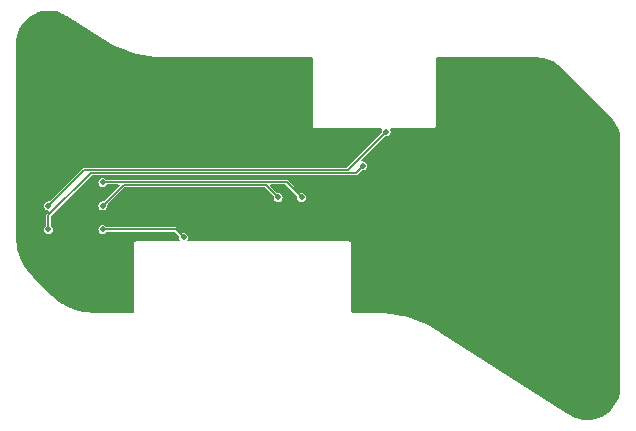
<source format=gbr>
%TF.GenerationSoftware,KiCad,Pcbnew,8.0.1*%
%TF.CreationDate,2024-06-02T11:28:52+08:00*%
%TF.ProjectId,SB-fan-board,53422d66-616e-42d6-926f-6172642e6b69,rev?*%
%TF.SameCoordinates,Original*%
%TF.FileFunction,Copper,L2,Bot*%
%TF.FilePolarity,Positive*%
%FSLAX46Y46*%
G04 Gerber Fmt 4.6, Leading zero omitted, Abs format (unit mm)*
G04 Created by KiCad (PCBNEW 8.0.1) date 2024-06-02 11:28:52*
%MOMM*%
%LPD*%
G01*
G04 APERTURE LIST*
%TA.AperFunction,ComponentPad*%
%ADD10C,5.500000*%
%TD*%
%TA.AperFunction,ViaPad*%
%ADD11C,0.500000*%
%TD*%
%TA.AperFunction,Conductor*%
%ADD12C,0.127000*%
%TD*%
G04 APERTURE END LIST*
D10*
%TO.P,H1,1,1*%
%TO.N,PGND*%
X145200000Y-71200000D03*
%TD*%
%TO.P,H2,1,1*%
%TO.N,PGND*%
X190780000Y-100258000D03*
%TD*%
D11*
%TO.N,PGND*%
X165250000Y-75850000D03*
X171700000Y-84600000D03*
X177750000Y-79950000D03*
X175300000Y-83650000D03*
X164350000Y-77800000D03*
X166750000Y-81150000D03*
X166300000Y-77550000D03*
%TO.N,/FAN0_DET*%
X145159000Y-86929000D03*
X171750000Y-81550000D03*
%TO.N,/FAN0_PWM*%
X173750000Y-78650000D03*
X145159000Y-84929000D03*
%TO.N,/FAN1_PWM*%
X164600000Y-84200000D03*
X149759000Y-84929000D03*
%TO.N,/FAN1_DET*%
X166600000Y-84200000D03*
X149759000Y-82929000D03*
%TO.N,/NEO*%
X156600000Y-87600000D03*
X149759000Y-86929000D03*
%TD*%
D12*
%TO.N,/FAN0_DET*%
X171750000Y-81550000D02*
X171171400Y-82128600D01*
X148771400Y-82128600D02*
X145159000Y-85741000D01*
X145159000Y-85741000D02*
X145159000Y-86929000D01*
X171171400Y-82128600D02*
X148771400Y-82128600D01*
%TO.N,/FAN0_PWM*%
X149075000Y-81900000D02*
X170500000Y-81900000D01*
X145159000Y-84929000D02*
X148188000Y-81900000D01*
X148188000Y-81900000D02*
X149075000Y-81900000D01*
X170500000Y-81900000D02*
X173750000Y-78650000D01*
%TO.N,/FAN1_PWM*%
X151530400Y-83157600D02*
X163557600Y-83157600D01*
X163557600Y-83157600D02*
X164600000Y-84200000D01*
X149759000Y-84929000D02*
X151530400Y-83157600D01*
%TO.N,/FAN1_DET*%
X165329000Y-82929000D02*
X166600000Y-84200000D01*
X149759000Y-82929000D02*
X165329000Y-82929000D01*
%TO.N,/NEO*%
X155929000Y-86929000D02*
X156600000Y-87600000D01*
X149759000Y-86929000D02*
X155929000Y-86929000D01*
%TD*%
%TA.AperFunction,Conductor*%
%TO.N,PGND*%
G36*
X145210908Y-68400402D02*
G01*
X145514908Y-68418128D01*
X145524705Y-68419254D01*
X145824797Y-68470950D01*
X145834384Y-68473162D01*
X146126806Y-68558182D01*
X146136097Y-68561460D01*
X146405113Y-68673710D01*
X146417115Y-68678718D01*
X146425996Y-68683024D01*
X146681043Y-68824900D01*
X146694093Y-68832159D01*
X146698616Y-68834856D01*
X149768267Y-70791875D01*
X149768303Y-70791892D01*
X149970582Y-70920832D01*
X150475758Y-71203942D01*
X150996181Y-71457940D01*
X151530173Y-71682008D01*
X151530186Y-71682012D01*
X151530187Y-71682013D01*
X151530196Y-71682017D01*
X151924660Y-71821791D01*
X152076017Y-71875423D01*
X152147747Y-71896343D01*
X152631932Y-72037559D01*
X152631950Y-72037563D01*
X152631953Y-72037564D01*
X153196191Y-72167908D01*
X153766915Y-72266034D01*
X154114841Y-72305698D01*
X154342267Y-72331626D01*
X154342271Y-72331626D01*
X154342286Y-72331628D01*
X154599248Y-72346228D01*
X154920448Y-72364478D01*
X154920969Y-72364478D01*
X155159870Y-72364495D01*
X155159911Y-72364500D01*
X155170118Y-72364500D01*
X155210000Y-72364500D01*
X155249882Y-72364500D01*
X167461600Y-72364500D01*
X167518101Y-72385065D01*
X167548165Y-72437136D01*
X167549500Y-72452400D01*
X167549500Y-78203882D01*
X167580024Y-78277574D01*
X167636426Y-78333976D01*
X167710118Y-78364500D01*
X167789882Y-78364500D01*
X173328351Y-78364500D01*
X173384852Y-78385065D01*
X173414916Y-78437136D01*
X173406670Y-78492306D01*
X173386499Y-78531891D01*
X173386499Y-78531892D01*
X173367794Y-78650000D01*
X173376113Y-78702529D01*
X173364639Y-78761551D01*
X173351450Y-78778433D01*
X170446630Y-81683255D01*
X170392136Y-81708666D01*
X170384475Y-81709000D01*
X149112992Y-81709000D01*
X148225992Y-81709000D01*
X148150008Y-81709000D01*
X148120931Y-81721044D01*
X148079808Y-81738077D01*
X145287433Y-84530450D01*
X145232939Y-84555861D01*
X145211529Y-84555113D01*
X145159000Y-84546794D01*
X145040892Y-84565499D01*
X145040891Y-84565499D01*
X144934348Y-84619786D01*
X144849786Y-84704348D01*
X144795499Y-84810891D01*
X144795499Y-84810892D01*
X144776794Y-84929000D01*
X144795499Y-85047107D01*
X144795499Y-85047108D01*
X144849786Y-85153651D01*
X144849787Y-85153652D01*
X144849789Y-85153655D01*
X144934345Y-85238211D01*
X144934347Y-85238212D01*
X144934348Y-85238213D01*
X145040891Y-85292500D01*
X145061234Y-85295721D01*
X145126456Y-85306051D01*
X145179043Y-85335201D01*
X145200592Y-85391334D01*
X145181017Y-85448185D01*
X145174860Y-85455023D01*
X145050807Y-85579077D01*
X144997077Y-85632807D01*
X144968000Y-85703008D01*
X144968000Y-86550550D01*
X144947435Y-86607051D01*
X144939132Y-86614793D01*
X144939237Y-86614898D01*
X144934346Y-86619788D01*
X144934345Y-86619789D01*
X144849789Y-86704345D01*
X144849786Y-86704348D01*
X144795499Y-86810891D01*
X144795499Y-86810892D01*
X144776794Y-86929000D01*
X144795499Y-87047107D01*
X144795499Y-87047108D01*
X144849786Y-87153651D01*
X144849787Y-87153652D01*
X144849789Y-87153655D01*
X144934345Y-87238211D01*
X144934347Y-87238212D01*
X144934348Y-87238213D01*
X145040891Y-87292500D01*
X145057039Y-87295057D01*
X145159000Y-87311206D01*
X145277108Y-87292500D01*
X145383655Y-87238211D01*
X145468211Y-87153655D01*
X145522500Y-87047108D01*
X145541206Y-86929000D01*
X145522500Y-86810892D01*
X145522500Y-86810891D01*
X145468213Y-86704348D01*
X145468212Y-86704347D01*
X145468211Y-86704345D01*
X145383655Y-86619789D01*
X145383652Y-86619787D01*
X145378763Y-86614898D01*
X145380498Y-86613162D01*
X145352610Y-86571809D01*
X145350000Y-86550550D01*
X145350000Y-85856525D01*
X145370565Y-85800024D01*
X145375745Y-85794370D01*
X146241115Y-84929000D01*
X149376794Y-84929000D01*
X149395499Y-85047107D01*
X149395499Y-85047108D01*
X149449786Y-85153651D01*
X149449787Y-85153652D01*
X149449789Y-85153655D01*
X149534345Y-85238211D01*
X149534347Y-85238212D01*
X149534348Y-85238213D01*
X149640891Y-85292500D01*
X149657039Y-85295057D01*
X149759000Y-85311206D01*
X149877108Y-85292500D01*
X149983655Y-85238211D01*
X150068211Y-85153655D01*
X150122500Y-85047108D01*
X150141206Y-84929000D01*
X150132886Y-84876468D01*
X150144359Y-84817447D01*
X150157545Y-84800568D01*
X151583770Y-83374345D01*
X151638264Y-83348934D01*
X151645925Y-83348600D01*
X163442075Y-83348600D01*
X163498576Y-83369165D01*
X163504230Y-83374345D01*
X164201450Y-84071565D01*
X164226861Y-84126059D01*
X164226113Y-84147469D01*
X164217794Y-84199999D01*
X164236499Y-84318107D01*
X164236499Y-84318108D01*
X164290786Y-84424651D01*
X164290787Y-84424652D01*
X164290789Y-84424655D01*
X164375345Y-84509211D01*
X164375347Y-84509212D01*
X164375348Y-84509213D01*
X164481891Y-84563500D01*
X164494520Y-84565500D01*
X164600000Y-84582206D01*
X164718108Y-84563500D01*
X164824655Y-84509211D01*
X164909211Y-84424655D01*
X164963500Y-84318108D01*
X164982206Y-84200000D01*
X164963500Y-84081892D01*
X164963500Y-84081891D01*
X164909213Y-83975348D01*
X164909212Y-83975347D01*
X164909211Y-83975345D01*
X164824655Y-83890789D01*
X164824652Y-83890787D01*
X164824651Y-83890786D01*
X164718108Y-83836499D01*
X164600000Y-83817794D01*
X164547469Y-83826113D01*
X164488447Y-83814639D01*
X164471565Y-83801450D01*
X163940170Y-83270055D01*
X163914759Y-83215561D01*
X163930322Y-83157483D01*
X163979575Y-83122995D01*
X164002325Y-83120000D01*
X165213475Y-83120000D01*
X165269976Y-83140565D01*
X165275630Y-83145745D01*
X166201450Y-84071565D01*
X166226861Y-84126059D01*
X166226113Y-84147469D01*
X166217794Y-84199999D01*
X166236499Y-84318107D01*
X166236499Y-84318108D01*
X166290786Y-84424651D01*
X166290787Y-84424652D01*
X166290789Y-84424655D01*
X166375345Y-84509211D01*
X166375347Y-84509212D01*
X166375348Y-84509213D01*
X166481891Y-84563500D01*
X166494520Y-84565500D01*
X166600000Y-84582206D01*
X166718108Y-84563500D01*
X166824655Y-84509211D01*
X166909211Y-84424655D01*
X166963500Y-84318108D01*
X166982206Y-84200000D01*
X166963500Y-84081892D01*
X166963500Y-84081891D01*
X166909213Y-83975348D01*
X166909212Y-83975347D01*
X166909211Y-83975345D01*
X166824655Y-83890789D01*
X166824652Y-83890787D01*
X166824651Y-83890786D01*
X166718108Y-83836499D01*
X166600000Y-83817794D01*
X166547469Y-83826113D01*
X166488447Y-83814639D01*
X166471565Y-83801450D01*
X165962615Y-83292500D01*
X165437193Y-82767078D01*
X165437191Y-82767077D01*
X165437192Y-82767077D01*
X165396069Y-82750044D01*
X165366992Y-82738000D01*
X165366991Y-82738000D01*
X150137450Y-82738000D01*
X150080949Y-82717435D01*
X150073206Y-82709132D01*
X150073102Y-82709237D01*
X150068212Y-82704347D01*
X150068211Y-82704345D01*
X149983655Y-82619789D01*
X149983652Y-82619787D01*
X149983651Y-82619786D01*
X149877108Y-82565499D01*
X149759000Y-82546794D01*
X149640892Y-82565499D01*
X149640891Y-82565499D01*
X149534348Y-82619786D01*
X149449786Y-82704348D01*
X149395499Y-82810891D01*
X149395499Y-82810892D01*
X149376794Y-82929000D01*
X149395499Y-83047107D01*
X149395499Y-83047108D01*
X149449786Y-83153651D01*
X149449787Y-83153652D01*
X149449789Y-83153655D01*
X149534345Y-83238211D01*
X149534347Y-83238212D01*
X149534348Y-83238213D01*
X149640891Y-83292500D01*
X149657039Y-83295057D01*
X149759000Y-83311206D01*
X149877108Y-83292500D01*
X149983655Y-83238211D01*
X150068211Y-83153655D01*
X150068212Y-83153652D01*
X150073102Y-83148763D01*
X150074837Y-83150498D01*
X150116191Y-83122610D01*
X150137450Y-83120000D01*
X151085675Y-83120000D01*
X151142176Y-83140565D01*
X151172240Y-83192636D01*
X151161799Y-83251850D01*
X151147830Y-83270055D01*
X149887433Y-84530450D01*
X149832939Y-84555861D01*
X149811529Y-84555113D01*
X149759000Y-84546794D01*
X149640892Y-84565499D01*
X149640891Y-84565499D01*
X149534348Y-84619786D01*
X149449786Y-84704348D01*
X149395499Y-84810891D01*
X149395499Y-84810892D01*
X149376794Y-84929000D01*
X146241115Y-84929000D01*
X148824770Y-82345345D01*
X148879264Y-82319934D01*
X148886925Y-82319600D01*
X171209391Y-82319600D01*
X171209392Y-82319600D01*
X171279593Y-82290522D01*
X171621566Y-81948548D01*
X171676058Y-81923138D01*
X171697468Y-81923885D01*
X171750000Y-81932206D01*
X171868108Y-81913500D01*
X171974655Y-81859211D01*
X172059211Y-81774655D01*
X172113500Y-81668108D01*
X172132206Y-81550000D01*
X172113500Y-81431892D01*
X172113500Y-81431891D01*
X172059213Y-81325348D01*
X172059212Y-81325347D01*
X172059211Y-81325345D01*
X171974655Y-81240789D01*
X171974652Y-81240787D01*
X171974651Y-81240786D01*
X171868108Y-81186499D01*
X171750000Y-81167794D01*
X171749997Y-81167794D01*
X171722905Y-81172084D01*
X171663883Y-81160609D01*
X171626045Y-81113881D01*
X171627096Y-81053763D01*
X171646998Y-81023115D01*
X173621565Y-79048548D01*
X173676058Y-79023138D01*
X173697468Y-79023885D01*
X173750000Y-79032206D01*
X173868108Y-79013500D01*
X173974655Y-78959211D01*
X174059211Y-78874655D01*
X174113500Y-78768108D01*
X174132206Y-78650000D01*
X174113500Y-78531892D01*
X174113500Y-78531891D01*
X174093330Y-78492306D01*
X174086002Y-78432627D01*
X174118749Y-78382200D01*
X174171649Y-78364500D01*
X177701484Y-78364500D01*
X177701686Y-78364520D01*
X177710288Y-78364520D01*
X177790051Y-78364520D01*
X177790052Y-78364520D01*
X177863744Y-78333996D01*
X177920146Y-78277594D01*
X177950670Y-78203902D01*
X177950670Y-72452420D01*
X177971235Y-72395919D01*
X178023306Y-72365855D01*
X178038570Y-72364520D01*
X186548062Y-72364520D01*
X186552680Y-72364640D01*
X186818887Y-72378648D01*
X186827433Y-72379519D01*
X187089008Y-72419167D01*
X187097410Y-72420864D01*
X187353887Y-72485884D01*
X187362096Y-72488399D01*
X187610982Y-72578162D01*
X187618903Y-72581465D01*
X187640820Y-72591890D01*
X187857819Y-72695109D01*
X187865394Y-72699178D01*
X188092056Y-72835616D01*
X188099197Y-72840405D01*
X188311455Y-72998343D01*
X188318093Y-73003807D01*
X188515287Y-73182980D01*
X188518368Y-73185921D01*
X188542101Y-73209705D01*
X188551096Y-73218720D01*
X188551552Y-73219094D01*
X192693601Y-77360166D01*
X192698035Y-77365486D01*
X192728099Y-77394669D01*
X192731109Y-77397737D01*
X192913671Y-77593169D01*
X192919221Y-77599726D01*
X193080505Y-77810312D01*
X193085378Y-77817363D01*
X193225355Y-78042720D01*
X193229509Y-78050200D01*
X193341605Y-78277572D01*
X193346807Y-78288123D01*
X193350224Y-78296005D01*
X193443735Y-78544241D01*
X193446367Y-78552418D01*
X193452321Y-78574577D01*
X193507094Y-78778433D01*
X193515196Y-78808584D01*
X193517017Y-78816980D01*
X193560510Y-79078645D01*
X193561503Y-79087179D01*
X193579303Y-79352700D01*
X193579500Y-79358579D01*
X193579500Y-100174168D01*
X193578963Y-100179994D01*
X193579484Y-100222204D01*
X193579405Y-100227177D01*
X193565728Y-100536087D01*
X193564727Y-100545982D01*
X193516636Y-100848895D01*
X193514523Y-100858613D01*
X193432524Y-101154141D01*
X193429327Y-101163559D01*
X193314468Y-101447938D01*
X193310228Y-101456934D01*
X193163978Y-101726520D01*
X193158749Y-101734979D01*
X192982983Y-101986318D01*
X192976831Y-101994133D01*
X192773800Y-102224006D01*
X192766805Y-102231076D01*
X192539102Y-102436546D01*
X192531353Y-102442780D01*
X192281911Y-102621204D01*
X192273508Y-102626524D01*
X192005480Y-102775641D01*
X191996529Y-102779976D01*
X191713396Y-102897853D01*
X191704013Y-102901150D01*
X191409370Y-102986290D01*
X191399675Y-102988506D01*
X191097301Y-103039818D01*
X191087417Y-103040925D01*
X190781176Y-103057750D01*
X190771231Y-103057733D01*
X190465048Y-103039858D01*
X190455168Y-103038717D01*
X190152976Y-102986370D01*
X190143288Y-102984121D01*
X189848934Y-102897970D01*
X189839563Y-102894641D01*
X189556827Y-102775791D01*
X189547891Y-102771424D01*
X189278185Y-102620158D01*
X189273917Y-102617603D01*
X189235600Y-102593165D01*
X189235510Y-102593119D01*
X188989910Y-102436546D01*
X178241302Y-95584163D01*
X178207672Y-95562723D01*
X178197084Y-95555973D01*
X178197082Y-95555972D01*
X178167141Y-95536884D01*
X178166933Y-95536778D01*
X178163318Y-95534474D01*
X177963504Y-95407111D01*
X177874752Y-95357374D01*
X177458354Y-95124022D01*
X177458329Y-95124009D01*
X176937936Y-94870032D01*
X176667225Y-94756442D01*
X176403953Y-94645973D01*
X175858125Y-94452567D01*
X175858115Y-94452564D01*
X175858112Y-94452563D01*
X175302216Y-94290436D01*
X175039295Y-94229700D01*
X174737984Y-94160096D01*
X174737973Y-94160094D01*
X174737964Y-94160092D01*
X174167265Y-94061971D01*
X173591942Y-93996382D01*
X173591903Y-93996379D01*
X173013778Y-93963530D01*
X173013783Y-93963530D01*
X172773055Y-93963512D01*
X172773021Y-93963509D01*
X172764117Y-93963509D01*
X170888400Y-93963509D01*
X170831899Y-93942944D01*
X170801835Y-93890873D01*
X170800500Y-93875609D01*
X170800500Y-88082846D01*
X170800500Y-88082845D01*
X170769976Y-88009153D01*
X170713574Y-87952751D01*
X170639882Y-87922227D01*
X170639881Y-87922227D01*
X157002936Y-87922227D01*
X156946435Y-87901662D01*
X156916371Y-87849591D01*
X156924616Y-87794421D01*
X156963500Y-87718108D01*
X156982206Y-87600000D01*
X156963500Y-87481892D01*
X156963500Y-87481891D01*
X156909213Y-87375348D01*
X156909212Y-87375347D01*
X156909211Y-87375345D01*
X156824655Y-87290789D01*
X156824652Y-87290787D01*
X156824651Y-87290786D01*
X156718108Y-87236499D01*
X156600000Y-87217794D01*
X156547469Y-87226113D01*
X156488447Y-87214639D01*
X156471565Y-87201450D01*
X156317222Y-87047107D01*
X156037193Y-86767078D01*
X156037191Y-86767077D01*
X156037192Y-86767077D01*
X155996069Y-86750044D01*
X155966992Y-86738000D01*
X155966991Y-86738000D01*
X150137450Y-86738000D01*
X150080949Y-86717435D01*
X150073206Y-86709132D01*
X150073102Y-86709237D01*
X150068212Y-86704347D01*
X150068211Y-86704345D01*
X149983655Y-86619789D01*
X149983652Y-86619787D01*
X149983651Y-86619786D01*
X149877108Y-86565499D01*
X149759000Y-86546794D01*
X149640892Y-86565499D01*
X149640891Y-86565499D01*
X149534348Y-86619786D01*
X149449786Y-86704348D01*
X149395499Y-86810891D01*
X149395499Y-86810892D01*
X149376794Y-86929000D01*
X149395499Y-87047107D01*
X149395499Y-87047108D01*
X149449786Y-87153651D01*
X149449787Y-87153652D01*
X149449789Y-87153655D01*
X149534345Y-87238211D01*
X149534347Y-87238212D01*
X149534348Y-87238213D01*
X149640891Y-87292500D01*
X149657039Y-87295057D01*
X149759000Y-87311206D01*
X149877108Y-87292500D01*
X149983655Y-87238211D01*
X150068211Y-87153655D01*
X150068212Y-87153652D01*
X150073102Y-87148763D01*
X150074837Y-87150498D01*
X150116191Y-87122610D01*
X150137450Y-87120000D01*
X155813475Y-87120000D01*
X155869976Y-87140565D01*
X155875630Y-87145745D01*
X156201450Y-87471565D01*
X156226861Y-87526059D01*
X156226113Y-87547469D01*
X156217794Y-87599999D01*
X156236499Y-87718105D01*
X156236499Y-87718106D01*
X156236500Y-87718108D01*
X156275384Y-87794421D01*
X156282711Y-87854100D01*
X156249963Y-87904527D01*
X156197064Y-87922227D01*
X152639882Y-87922227D01*
X152560118Y-87922227D01*
X152529595Y-87934869D01*
X152486427Y-87952750D01*
X152430023Y-88009154D01*
X152399500Y-88082845D01*
X152399500Y-93875600D01*
X152378935Y-93932101D01*
X152326864Y-93962165D01*
X152311600Y-93963500D01*
X148860313Y-93963500D01*
X148856867Y-93963432D01*
X148485534Y-93948863D01*
X148478663Y-93948323D01*
X148111325Y-93904907D01*
X148104518Y-93903831D01*
X147741694Y-93831766D01*
X147734991Y-93830159D01*
X147378934Y-93729890D01*
X147372379Y-93727763D01*
X147025279Y-93599908D01*
X147018910Y-93597274D01*
X146682890Y-93442616D01*
X146676747Y-93439491D01*
X146353888Y-93258988D01*
X146348008Y-93255392D01*
X146344318Y-93252931D01*
X146040264Y-93050134D01*
X146034685Y-93046088D01*
X145743976Y-92817356D01*
X145738731Y-92812885D01*
X145586868Y-92672803D01*
X145465613Y-92560952D01*
X145463075Y-92558514D01*
X144088900Y-91183511D01*
X143846152Y-90940616D01*
X143846151Y-90940615D01*
X143833796Y-90928252D01*
X143806793Y-90901233D01*
X143804435Y-90898778D01*
X143552237Y-90625801D01*
X143547757Y-90620553D01*
X143318817Y-90329996D01*
X143314763Y-90324413D01*
X143109313Y-90016788D01*
X143105709Y-90010905D01*
X142925021Y-89688117D01*
X142921890Y-89681969D01*
X142767075Y-89346002D01*
X142764436Y-89339627D01*
X142752591Y-89307506D01*
X142636449Y-88992554D01*
X142634328Y-88986026D01*
X142533946Y-88629941D01*
X142532345Y-88623270D01*
X142460203Y-88260423D01*
X142459126Y-88253610D01*
X142415667Y-87886248D01*
X142415129Y-87879400D01*
X142400578Y-87508723D01*
X142400510Y-87505275D01*
X142400510Y-71250071D01*
X142400512Y-71250046D01*
X142400510Y-71202425D01*
X142400648Y-71197489D01*
X142402750Y-71160075D01*
X142417868Y-70890982D01*
X142418974Y-70881186D01*
X142470032Y-70580997D01*
X142472227Y-70571386D01*
X142556626Y-70278789D01*
X142559877Y-70269511D01*
X142676551Y-69988215D01*
X142680830Y-69979344D01*
X142828297Y-69712918D01*
X142833538Y-69704590D01*
X143009956Y-69456362D01*
X143016094Y-69448679D01*
X143219230Y-69221796D01*
X143226191Y-69214849D01*
X143453476Y-69012177D01*
X143461189Y-69006041D01*
X143709756Y-68830133D01*
X143718098Y-68824906D01*
X143984827Y-68677973D01*
X143993700Y-68673716D01*
X144275226Y-68557611D01*
X144284526Y-68554373D01*
X144577286Y-68470566D01*
X144586897Y-68468390D01*
X144887202Y-68417934D01*
X144896993Y-68416851D01*
X145201056Y-68400383D01*
X145210908Y-68400402D01*
G37*
%TD.AperFunction*%
%TD*%
M02*

</source>
